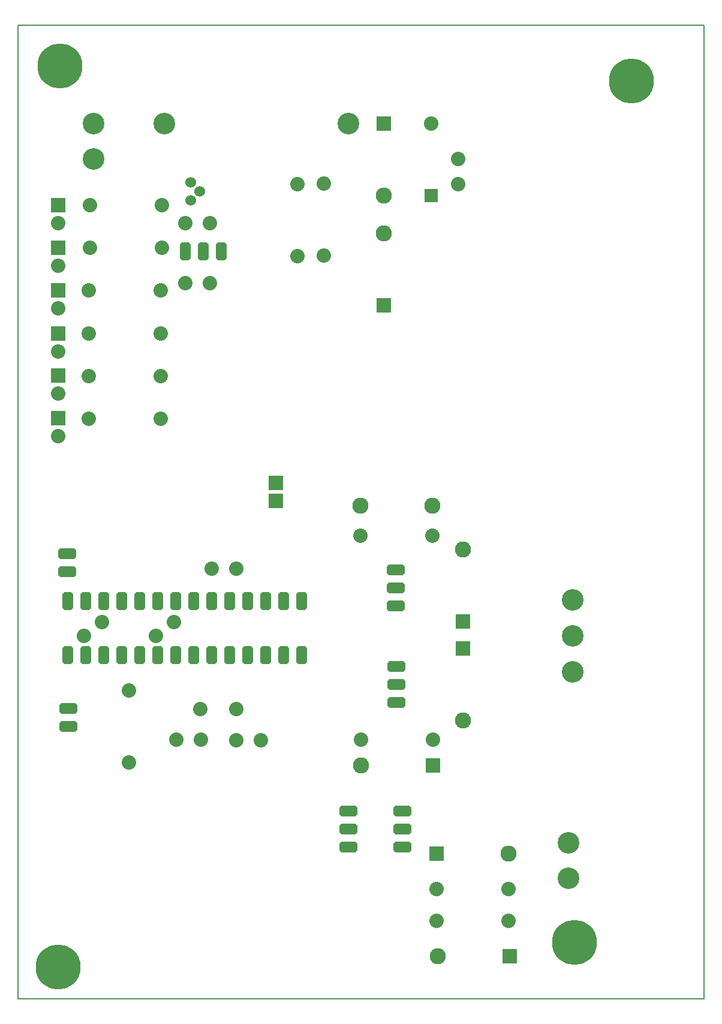
<source format=gbr>
G04 PROTEUS GERBER X2 FILE*
%TF.GenerationSoftware,Labcenter,Proteus,8.15-SP1-Build34318*%
%TF.CreationDate,2023-09-22T16:20:16+00:00*%
%TF.FileFunction,Copper,L1,Top*%
%TF.FilePolarity,Positive*%
%TF.Part,Single*%
%TF.SameCoordinates,{3c8dde4f-ac42-4326-9e26-51d233c7aa90}*%
%FSLAX45Y45*%
%MOMM*%
G01*
%TA.AperFunction,ComponentPad*%
%ADD10C,3.048000*%
%TA.AperFunction,OtherPad,Unknown*%
%ADD11C,6.350000*%
%TA.AperFunction,ComponentPad*%
%ADD12R,1.905000X1.905000*%
%ADD13C,2.032000*%
%ADD14R,2.032000X2.032000*%
%ADD15C,2.286000*%
%TA.AperFunction,ComponentPad*%
%ADD16C,1.524000*%
%AMDIL007*
4,1,8,
-0.762000,0.965200,-0.457200,1.270000,0.457200,1.270000,0.762000,0.965200,0.762000,-0.965200,
0.457200,-1.270000,-0.457200,-1.270000,-0.762000,-0.965200,-0.762000,0.965200,
0*%
%ADD17DIL007*%
%AMDIL008*
4,1,8,
-1.270000,0.457200,-0.965200,0.762000,0.965200,0.762000,1.270000,0.457200,1.270000,-0.457200,
0.965200,-0.762000,-0.965200,-0.762000,-1.270000,-0.457200,-1.270000,0.457200,
0*%
%TA.AperFunction,ComponentPad*%
%ADD18DIL008*%
%TA.AperFunction,Profile*%
%ADD19C,0.203200*%
%TD.AperFunction*%
D10*
X-7150000Y+5150000D03*
X-7150000Y+4649620D03*
D11*
X-7620000Y+5969000D03*
X+450000Y+5750000D03*
X-7650000Y-6750000D03*
X-353560Y-6407000D03*
D10*
X-3550000Y+5150000D03*
X-6150000Y+5150000D03*
D12*
X-2378500Y+4134000D03*
D13*
X-2378500Y+5150000D03*
X-2000000Y+4650000D03*
X-2000000Y+4300000D03*
D14*
X-7650000Y+3400000D03*
D13*
X-7650000Y+3146000D03*
X-7200000Y+3400000D03*
X-6184000Y+3400000D03*
D14*
X-7650000Y+4000000D03*
D13*
X-7650000Y+3746000D03*
X-7200000Y+4000000D03*
X-6184000Y+4000000D03*
D14*
X-3050000Y+5150000D03*
D15*
X-3050000Y+4134000D03*
D13*
X-3894500Y+3294100D03*
X-3894500Y+4310100D03*
D16*
X-5777000Y+4327000D03*
X-5650000Y+4200000D03*
X-5777000Y+4073000D03*
D13*
X-4266000Y+3284000D03*
X-4266000Y+4300000D03*
D14*
X-3050000Y+2584000D03*
D15*
X-3050000Y+3600000D03*
D17*
X-5850000Y+3350000D03*
X-5596000Y+3350000D03*
X-5342000Y+3350000D03*
D13*
X-5500000Y+2900000D03*
X-5850000Y+2900000D03*
X-5850000Y+3750000D03*
X-5500000Y+3750000D03*
D17*
X-7511100Y-2350900D03*
X-7257100Y-2350900D03*
X-7003100Y-2350900D03*
X-6749100Y-2350900D03*
X-6495100Y-2350900D03*
X-6241100Y-2350900D03*
X-5987100Y-2350900D03*
X-5733100Y-2350900D03*
X-5479100Y-2350900D03*
X-5225100Y-2350900D03*
X-4971100Y-2350900D03*
X-4717100Y-2350900D03*
X-4463100Y-2350900D03*
X-4209100Y-2350900D03*
X-4209100Y-1588900D03*
X-4463100Y-1588900D03*
X-4717100Y-1588900D03*
X-4971100Y-1588900D03*
X-5225100Y-1588900D03*
X-5479100Y-1588900D03*
X-5733100Y-1588900D03*
X-5987100Y-1588900D03*
X-6241100Y-1588900D03*
X-6495100Y-1588900D03*
X-6749100Y-1588900D03*
X-7003100Y-1588900D03*
X-7257100Y-1588900D03*
X-7509100Y-1588900D03*
D13*
X-5480000Y-1130000D03*
X-5130000Y-1130000D03*
X-5130200Y-3112695D03*
X-5638200Y-3112695D03*
X-5980000Y-3540000D03*
X-5630000Y-3540000D03*
X-4783005Y-3549205D03*
X-5133005Y-3549205D03*
D18*
X-7521800Y-1169800D03*
X-7521800Y-915800D03*
D13*
X-6200000Y+2800000D03*
X-7216000Y+2800000D03*
X-6200000Y+2190000D03*
X-7216000Y+2190000D03*
D14*
X-7650000Y+2800000D03*
D13*
X-7650000Y+2546000D03*
D14*
X-7650000Y+2190000D03*
D13*
X-7650000Y+1936000D03*
D14*
X-7650000Y+1594000D03*
D13*
X-7650000Y+1340000D03*
D14*
X-7650000Y+994000D03*
D13*
X-7650000Y+740000D03*
X-6200000Y+1590000D03*
X-7216000Y+1590000D03*
X-6200000Y+990000D03*
X-7216000Y+990000D03*
D14*
X-4570000Y-170000D03*
X-4570000Y+84000D03*
D10*
X-438160Y-5000000D03*
X-438160Y-5500380D03*
D13*
X-6014000Y-1880000D03*
X-7030000Y-1880000D03*
X-6650000Y-3866000D03*
X-6650000Y-2850000D03*
D18*
X-2788160Y-5058000D03*
X-2788160Y-4804000D03*
X-2788160Y-4550000D03*
X-3550160Y-4550000D03*
X-3550160Y-4804000D03*
X-3550160Y-5058000D03*
D14*
X-1272160Y-6600000D03*
D15*
X-2288160Y-6600000D03*
D13*
X-1288160Y-6100000D03*
X-2304160Y-6100000D03*
X-2304160Y-5650000D03*
X-1288160Y-5650000D03*
X-7280000Y-2080000D03*
X-6264000Y-2080000D03*
D14*
X-2304160Y-5150000D03*
D15*
X-1288160Y-5150000D03*
D18*
X-7500000Y-3354000D03*
X-7500000Y-3100000D03*
D10*
X-380000Y-2588000D03*
X-380000Y-2080000D03*
X-380000Y-1572000D03*
D18*
X-2880000Y-1146000D03*
X-2880000Y-1400000D03*
X-2880000Y-1654000D03*
X-2870000Y-2506000D03*
X-2870000Y-2760000D03*
X-2870000Y-3014000D03*
D14*
X-1930000Y-2254000D03*
D15*
X-1930000Y-3270000D03*
D14*
X-1930000Y-1876000D03*
D15*
X-1930000Y-860000D03*
D13*
X-2354000Y-3540000D03*
X-3370000Y-3540000D03*
D14*
X-2354000Y-3910000D03*
D15*
X-3370000Y-3910000D03*
D13*
X-2360000Y-660000D03*
X-3376000Y-660000D03*
D15*
X-2364000Y-240000D03*
X-3380000Y-240000D03*
D19*
X-8214500Y-7201500D02*
X+1472000Y-7201500D01*
X+1472000Y+6540500D01*
X-8214500Y+6540500D01*
X-8214500Y-7201500D01*
M02*

</source>
